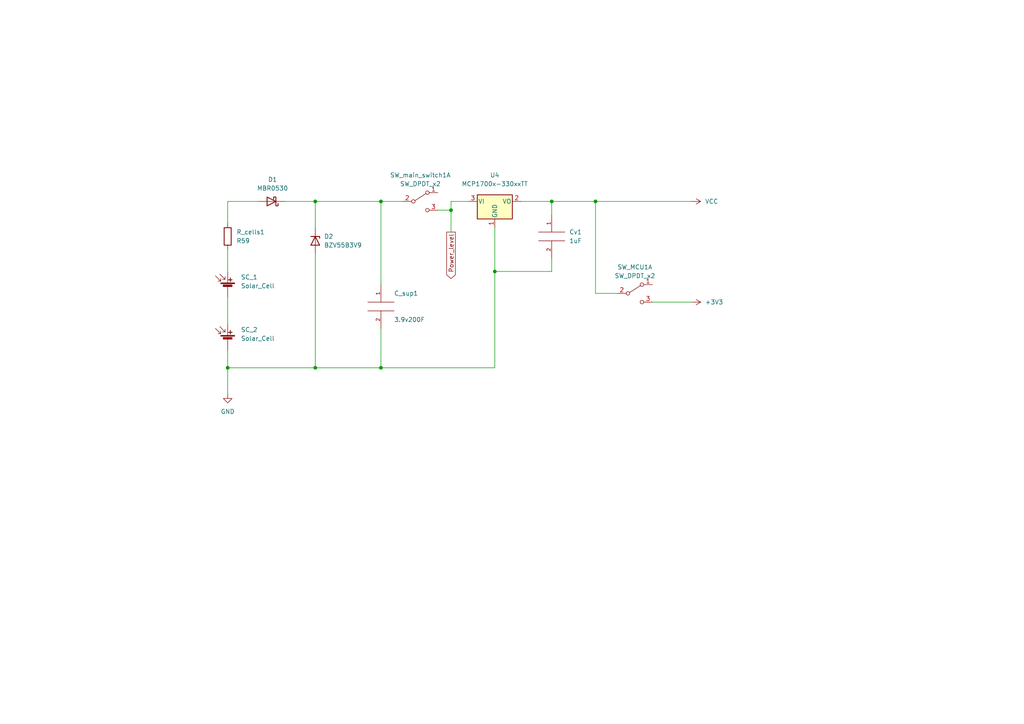
<source format=kicad_sch>
(kicad_sch (version 20211123) (generator eeschema)
  (paper "A4")
  (lib_symbols
    (symbol "Device:R" (pin_numbers hide) (pin_names (offset 0))
      (property "Reference" "R" (at 2.032 0 90))
      (property "Value" "R" (at 0 0 90))
      (symbol "R_0_1"
        (rectangle (start -1.016 -2.54) (end 1.016 2.54) (stroke (width 0.254)))
      )
      (symbol "R_1_1"
        (pin passive line (at 0 3.81 270) (length 1.27) (name "~") (number "1"))
        (pin passive line (at 0 -3.81 90) (length 1.27) (name "~") (number "2"))
      )
    )
    (symbol "Device:Solar_Cell" (pin_numbers hide) (pin_names (offset 0) hide)
      (property "Reference" "SC" (at 2.54 2.54 0))
      (property "Value" "Solar_Cell" (at 2.54 0 0))
      (symbol "Solar_Cell_0_1"
        (rectangle (start -2.032 1.778) (end 2.032 1.524) (fill (type outline)))
        (rectangle (start -1.3208 1.1938) (end 1.27 0.6858) (fill (type outline)))
        (polyline (pts (xy -2.032 2.286) (xy -3.556 3.81)))
        (polyline (pts (xy -0.762 2.794) (xy -2.286 4.318)))
        (polyline (pts (xy 0 0.762) (xy 0 0)))
        (polyline (pts (xy 0 1.778) (xy 0 2.54)))
        (polyline (pts (xy 0.254 2.667) (xy 1.27 2.667)) (stroke (width 0.254)))
        (polyline (pts (xy 0.762 3.175) (xy 0.762 2.159)) (stroke (width 0.254)))
        (polyline (pts (xy -2.032 3.048) (xy -2.032 2.286) (xy -2.794 2.286)))
        (polyline (pts (xy -0.762 3.556) (xy -0.762 2.794) (xy -1.524 2.794)))
      )
      (symbol "Solar_Cell_1_1"
        (pin passive line (at 0 5.08 270) (length 2.54) (name "+") (number "1"))
        (pin passive line (at 0 -2.54 90) (length 2.54) (name "-") (number "2"))
      )
    )
    (symbol "Diode:BZV55B3V9" (pin_numbers hide) (pin_names hide)
      (property "Reference" "D" (at 0 2.54 0))
      (property "Value" "BZV55B3V9" (at 0 -2.54 0))
      (symbol "BZV55B3V9_0_1"
        (polyline (pts (xy 1.27 0) (xy -1.27 0)))
        (polyline (pts (xy -1.27 -1.27) (xy -1.27 1.27) (xy -0.762 1.27)) (stroke (width 0.254)))
        (polyline (pts (xy 1.27 -1.27) (xy 1.27 1.27) (xy -1.27 0) (xy 1.27 -1.27)) (stroke (width 0.254)))
      )
      (symbol "BZV55B3V9_1_1"
        (pin passive line (at -3.81 0 0) (length 2.54) (name "K") (number "1"))
        (pin passive line (at 3.81 0 180) (length 2.54) (name "A") (number "2"))
      )
    )
    (symbol "Diode:MBR0530" (pin_numbers hide) (pin_names (offset 1.016) hide)
      (property "Reference" "D" (at 0 2.54 0))
      (property "Value" "MBR0530" (at 0 -2.54 0))
      (symbol "MBR0530_0_1"
        (polyline (pts (xy 1.27 0) (xy -1.27 0)))
        (polyline (pts (xy 1.27 1.27) (xy 1.27 -1.27) (xy -1.27 0) (xy 1.27 1.27)) (stroke (width 0.254)))
        (polyline (pts (xy -1.905 0.635) (xy -1.905 1.27) (xy -1.27 1.27) (xy -1.27 -1.27) (xy -0.635 -1.27) (xy -0.635 -0.635)) (stroke (width 0.254)))
      )
      (symbol "MBR0530_1_1"
        (pin passive line (at -3.81 0 0) (length 2.54) (name "K") (number "1"))
        (pin passive line (at 3.81 0 180) (length 2.54) (name "A") (number "2"))
      )
    )
    (symbol "Regulator_Linear:MCP1700x-330xxTT" (pin_names (offset 0.254))
      (property "Reference" "U" (at -3.81 3.175 0))
      (property "Value" "MCP1700x-330xxTT" (at 0 3.175 0))
      (symbol "MCP1700x-330xxTT_0_1"
        (rectangle (start -5.08 1.905) (end 5.08 -5.08) (stroke (width 0.254)) (fill (type background)))
      )
      (symbol "MCP1700x-330xxTT_1_1"
        (pin power_in line (at 0 -7.62 90) (length 2.54) (name "GND") (number "1"))
        (pin power_out line (at 7.62 0 180) (length 2.54) (name "VO") (number "2"))
        (pin power_in line (at -7.62 0 0) (length 2.54) (name "VI") (number "3"))
      )
    )
    (symbol "Switch:SW_DPDT_x2" (pin_names (offset 0) hide)
      (property "Reference" "SW" (at 0 4.318 0))
      (property "Value" "SW_DPDT_x2" (at 0 -5.08 0))
      (symbol "SW_DPDT_x2_0_0"
        (circle (center -2.032 0) (radius 0.508))
        (circle (center 2.032 -2.54) (radius 0.508))
      )
      (symbol "SW_DPDT_x2_0_1"
        (polyline (pts (xy -1.524 0.254) (xy 1.651 2.286)))
        (circle (center 2.032 2.54) (radius 0.508))
      )
      (symbol "SW_DPDT_x2_1_1"
        (pin passive line (at 5.08 2.54 180) (length 2.54) (name "A") (number "1"))
        (pin passive line (at -5.08 0 0) (length 2.54) (name "B") (number "2"))
        (pin passive line (at 5.08 -2.54 180) (length 2.54) (name "C") (number "3"))
      )
      (symbol "SW_DPDT_x2_2_1"
        (pin passive line (at 5.08 2.54 180) (length 2.54) (name "A") (number "4"))
        (pin passive line (at -5.08 0 0) (length 2.54) (name "B") (number "5"))
        (pin passive line (at 5.08 -2.54 180) (length 2.54) (name "C") (number "6"))
      )
    )
    (symbol "power:+3V3" (power) (pin_names (offset 0))
      (property "Value" "+3V3" (at 0 3.556 0))
      (symbol "+3V3_0_1"
        (polyline (pts (xy -0.762 1.27) (xy 0 2.54)))
        (polyline (pts (xy 0 0) (xy 0 2.54)))
        (polyline (pts (xy 0 2.54) (xy 0.762 1.27)))
      )
      (symbol "+3V3_1_1"
        (pin power_in line (at 0 0 90) (length 0) hide (name "+3V3") (number "1"))
      )
    )
    (symbol "power:GND" (power) (pin_names (offset 0))
      (property "Value" "GND" (at 0 -3.81 0))
      (symbol "GND_0_1"
        (polyline (pts (xy 0 0) (xy 0 -1.27) (xy 1.27 -1.27) (xy 0 -2.54) (xy -1.27 -1.27) (xy 0 -1.27)))
      )
      (symbol "GND_1_1"
        (pin power_in line (at 0 0 270) (length 0) hide (name "GND") (number "1"))
      )
    )
    (symbol "power:VCC" (power) (pin_names (offset 0))
      (property "Value" "VCC" (at 0 3.81 0))
      (symbol "VCC_0_1"
        (polyline (pts (xy -0.762 1.27) (xy 0 2.54)))
        (polyline (pts (xy 0 0) (xy 0 2.54)))
        (polyline (pts (xy 0 2.54) (xy 0.762 1.27)))
      )
      (symbol "VCC_1_1"
        (pin power_in line (at 0 0 90) (length 0) hide (name "VCC") (number "1"))
      )
    )
    (symbol "pspice:C" (pin_names (offset 0.254))
      (property "Reference" "C" (at 2.54 3.81 90))
      (property "Value" "C" (at 2.54 -3.81 90))
      (symbol "C_0_1"
        (polyline (pts (xy -3.81 -1.27) (xy 3.81 -1.27)))
        (polyline (pts (xy -3.81 1.27) (xy 3.81 1.27)))
      )
      (symbol "C_1_1"
        (pin passive line (at 0 6.35 270) (length 5.08) (name "~") (number "1"))
        (pin passive line (at 0 -6.35 90) (length 5.08) (name "~") (number "2"))
      )
    )
  )
  (junction (at 91.44 106.68))
  (junction (at 110.49 106.68))
  (junction (at 172.72 58.42))
  (junction (at 160.02 58.42))
  (junction (at 66.04 106.68))
  (junction (at 130.81 60.96))
  (junction (at 91.44 58.42))
  (junction (at 143.51 78.74))
  (junction (at 110.49 58.42))
  (wire (pts (xy 82.55 58.42) (xy 91.44 58.42)))
  (wire (pts (xy 172.72 58.42) (xy 200.66 58.42)))
  (wire (pts (xy 130.81 60.96) (xy 130.81 58.42)))
  (wire (pts (xy 66.04 86.36) (xy 66.04 93.98)))
  (wire (pts (xy 91.44 106.68) (xy 66.04 106.68)))
  (wire (pts (xy 110.49 58.42) (xy 110.49 82.55)))
  (wire (pts (xy 91.44 58.42) (xy 91.44 66.04)))
  (wire (pts (xy 66.04 106.68) (xy 66.04 101.6)))
  (wire (pts (xy 143.51 78.74) (xy 143.51 106.68)))
  (wire (pts (xy 66.04 64.77) (xy 66.04 58.42)))
  (wire (pts (xy 127 60.96) (xy 130.81 60.96)))
  (wire (pts (xy 91.44 73.66) (xy 91.44 106.68)))
  (wire (pts (xy 66.04 72.39) (xy 66.04 78.74)))
  (wire (pts (xy 130.81 58.42) (xy 135.89 58.42)))
  (wire (pts (xy 160.02 58.42) (xy 172.72 58.42)))
  (wire (pts (xy 172.72 85.09) (xy 172.72 58.42)))
  (wire (pts (xy 160.02 78.74) (xy 143.51 78.74)))
  (wire (pts (xy 143.51 66.04) (xy 143.51 78.74)))
  (wire (pts (xy 151.13 58.42) (xy 160.02 58.42)))
  (wire (pts (xy 160.02 58.42) (xy 160.02 62.23)))
  (wire (pts (xy 91.44 106.68) (xy 110.49 106.68)))
  (wire (pts (xy 110.49 58.42) (xy 116.84 58.42)))
  (wire (pts (xy 130.81 60.96) (xy 130.81 67.31)))
  (wire (pts (xy 160.02 74.93) (xy 160.02 78.74)))
  (wire (pts (xy 179.07 85.09) (xy 172.72 85.09)))
  (wire (pts (xy 66.04 58.42) (xy 74.93 58.42)))
  (wire (pts (xy 189.23 87.63) (xy 200.66 87.63)))
  (wire (pts (xy 110.49 95.25) (xy 110.49 106.68)))
  (wire (pts (xy 91.44 58.42) (xy 110.49 58.42)))
  (wire (pts (xy 66.04 106.68) (xy 66.04 114.3)))
  (wire (pts (xy 110.49 106.68) (xy 143.51 106.68)))
  (global_label "Power_level" (shape output) (at 130.81 67.31 270) (property "Riferimenti inter-foglio" "${INTERSHEET_REFS}" (effects hide)))
  (symbol (lib_id "power:VCC") (at 200.66 58.42 270) (unit 1)
    (property "Reference" "#PWR017" (effects hide))
    (property "Value" "VCC" (at 204.47 58.4199 90) (effects (justify left)))
  )
  (symbol (lib_id "power:+3V3") (at 200.66 87.63 270) (unit 1)
    (property "Reference" "#PWR018" (effects hide))
    (property "Value" "+3V3" (at 204.47 87.6299 90) (effects (justify left)))
  )
  (symbol (lib_id "Device:Solar_Cell") (at 66.04 83.82 0) (unit 1)
    (property "Reference" "SC_1" (at 69.85 80.3909 0) (effects (justify left)))
    (property "Value" "Solar_Cell" (at 69.85 82.9309 0) (effects (justify left)))
    (property "Footprint" "Connector_PinSocket_2.54mm:PinSocket_1x02_P2.54mm_Vertical" (effects hide))
  )
  (symbol (lib_id "power:GND") (at 66.04 114.3 0) (unit 1)
    (property "Reference" "#PWR016" (effects hide))
    (property "Value" "GND" (at 66.04 119.38 0))
  )
  (symbol (lib_id "Switch:SW_DPDT_x2") (at 121.92 58.42 0) (unit 1)
    (property "Reference" "SW_main_switch1" (at 121.92 50.8 0))
    (property "Value" "SW_DPDT_x2" (at 121.92 53.34 0))
    (property "Footprint" "Connector_PinSocket_2.54mm:PinSocket_1x03_P2.54mm_Vertical" (effects hide))
  )
  (symbol (lib_id "Device:Solar_Cell") (at 66.04 99.06 0) (unit 1)
    (property "Reference" "SC_2" (at 69.85 95.6309 0) (effects (justify left)))
    (property "Value" "Solar_Cell" (at 69.85 98.1709 0) (effects (justify left)))
    (property "Footprint" "Connector_PinSocket_2.54mm:PinSocket_1x02_P2.54mm_Vertical" (effects hide))
  )
  (symbol (lib_id "Regulator_Linear:MCP1700x-330xxTT") (at 143.51 58.42 0) (unit 1)
    (property "Reference" "U4" (at 143.51 50.8 0))
    (property "Value" "MCP1700x-330xxTT" (at 143.51 53.34 0))
    (property "Footprint" "Package_TO_SOT_SMD:SOT-23" (effects hide))
    (property "Datasheet" "http://ww1.microchip.com/downloads/en/DeviceDoc/20001826D.pdf" (effects hide))
  )
  (symbol (lib_id "Diode:BZV55B3V9") (at 91.44 69.85 270) (unit 1)
    (property "Reference" "D2" (at 93.98 68.5799 90) (effects (justify left)))
    (property "Value" "BZV55B3V9" (at 93.98 71.1199 90) (effects (justify left)))
    (property "Footprint" "Diode_THT:D_A-405_P7.62mm_Horizontal" (effects hide))
    (property "Datasheet" "https://assets.nexperia.com/documents/data-sheet/BZV55_SER.pdf" (effects hide))
  )
  (symbol (lib_id "Diode:MBR0530") (at 78.74 58.42 180) (unit 1)
    (property "Reference" "D1" (at 79.0575 52.07 0))
    (property "Value" "MBR0530" (at 79.0575 54.61 0))
    (property "Footprint" "Diode_SMD:D_SOD-123" (effects hide))
    (property "Datasheet" "http://www.mccsemi.com/up_pdf/MBR0520~MBR0580(SOD123).pdf" (effects hide))
  )
  (symbol (lib_id "Device:R") (at 66.04 68.58 0) (unit 1)
    (property "Reference" "R_cells1" (at 68.58 67.3099 0) (effects (justify left)))
    (property "Value" "R59" (at 68.58 69.8499 0) (effects (justify left)))
    (property "Footprint" "Resistor_SMD:R_0603_1608Metric" (effects hide))
  )
  (symbol (lib_id "pspice:C") (at 160.02 68.58 0) (unit 1)
    (property "Reference" "Cv1" (at 165.1 67.3099 0) (effects (justify left)))
    (property "Value" "1uF" (at 165.1 69.8499 0) (effects (justify left)))
    (property "Footprint" "Capacitor_SMD:C_0603_1608Metric" (effects hide))
  )
  (symbol (lib_id "pspice:C") (at 110.49 88.9 0) (unit 1)
    (property "Reference" "C_sup1" (at 114.3 85.09 0) (effects (justify left)))
    (property "Value" "3.9v200F" (at 114.3 92.71 0) (effects (justify left)))
    (property "Footprint" "Capacitor_THT:C_Rect_L9.0mm_W2.5mm_P7.50mm_MKT" (effects hide))
  )
  (symbol (lib_id "Switch:SW_DPDT_x2") (at 184.15 85.09 0) (unit 1)
    (property "Reference" "SW_MCU1" (at 184.15 77.47 0))
    (property "Value" "SW_DPDT_x2" (at 184.15 80.01 0))
    (property "Footprint" "Connector_PinSocket_2.54mm:PinSocket_1x03_P2.54mm_Vertical" (effects hide))
  )
)
</source>
